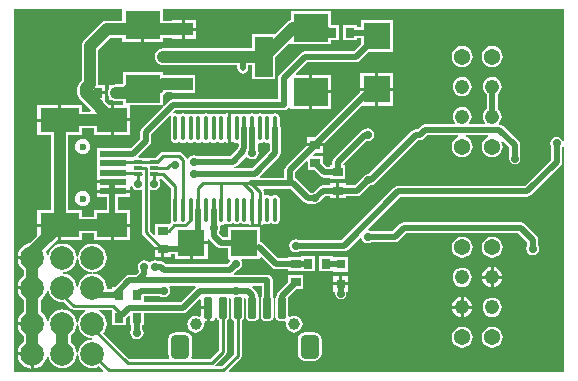
<source format=gtl>
G04*
G04 #@! TF.GenerationSoftware,Altium Limited,Altium Designer,18.1.7 (191)*
G04*
G04 Layer_Physical_Order=1*
G04 Layer_Color=255*
%FSLAX24Y24*%
%MOIN*%
G70*
G01*
G75*
%ADD32R,0.0295X0.0138*%
%ADD33R,0.0310X0.0340*%
%ADD34R,0.0315X0.0315*%
%ADD35R,0.1181X0.0945*%
%ADD36O,0.0138X0.0827*%
%ADD37R,0.0340X0.0310*%
%ADD38R,0.0906X0.0906*%
%ADD39R,0.0610X0.1358*%
%ADD40R,0.0610X0.0433*%
%ADD41R,0.0610X0.0433*%
%ADD42R,0.1284X0.0787*%
%ADD43R,0.0906X0.0197*%
%ADD44R,0.0984X0.0787*%
%ADD45R,0.0906X0.0906*%
G04:AMPARAMS|DCode=46|XSize=27.6mil|YSize=70.9mil|CornerRadius=4.1mil|HoleSize=0mil|Usage=FLASHONLY|Rotation=0.000|XOffset=0mil|YOffset=0mil|HoleType=Round|Shape=RoundedRectangle|*
%AMROUNDEDRECTD46*
21,1,0.0276,0.0626,0,0,0.0*
21,1,0.0193,0.0709,0,0,0.0*
1,1,0.0083,0.0096,-0.0313*
1,1,0.0083,-0.0096,-0.0313*
1,1,0.0083,-0.0096,0.0313*
1,1,0.0083,0.0096,0.0313*
%
%ADD46ROUNDEDRECTD46*%
G04:AMPARAMS|DCode=47|XSize=63mil|YSize=78.7mil|CornerRadius=15.7mil|HoleSize=0mil|Usage=FLASHONLY|Rotation=180.000|XOffset=0mil|YOffset=0mil|HoleType=Round|Shape=RoundedRectangle|*
%AMROUNDEDRECTD47*
21,1,0.0630,0.0472,0,0,180.0*
21,1,0.0315,0.0787,0,0,180.0*
1,1,0.0315,-0.0157,0.0236*
1,1,0.0315,0.0157,0.0236*
1,1,0.0315,0.0157,-0.0236*
1,1,0.0315,-0.0157,-0.0236*
%
%ADD47ROUNDEDRECTD47*%
%ADD48C,0.0197*%
%ADD49C,0.0394*%
%ADD50C,0.0100*%
%ADD51C,0.0537*%
%ADD52C,0.0476*%
%ADD53C,0.0236*%
%ADD54C,0.0787*%
%ADD55C,0.0276*%
%ADD56C,0.1969*%
%ADD57C,0.0394*%
G36*
X35049Y30919D02*
X35028Y30911D01*
X34999Y30910D01*
X34956Y30975D01*
X34884Y31023D01*
X34800Y31040D01*
X34716Y31023D01*
X34644Y30975D01*
X34596Y30903D01*
X34579Y30819D01*
X34596Y30734D01*
X34619Y30699D01*
Y30275D01*
X33738Y29393D01*
X29513D01*
X29444Y29380D01*
X29385Y29340D01*
X27625Y27581D01*
X26219D01*
X26184Y27604D01*
X26100Y27621D01*
X26016Y27604D01*
X25944Y27556D01*
X25896Y27484D01*
X25879Y27400D01*
X25896Y27316D01*
X25944Y27244D01*
X26016Y27196D01*
X26100Y27179D01*
X26184Y27196D01*
X26219Y27219D01*
X27700D01*
X27769Y27233D01*
X27828Y27272D01*
X28233Y27677D01*
X28287Y27661D01*
X28296Y27616D01*
X28344Y27544D01*
X28416Y27496D01*
X28500Y27479D01*
X28584Y27496D01*
X28619Y27519D01*
X29400D01*
X29469Y27533D01*
X29528Y27572D01*
X29775Y27819D01*
X33525D01*
X33819Y27525D01*
Y27419D01*
X33796Y27384D01*
X33779Y27300D01*
X33796Y27216D01*
X33844Y27144D01*
X33916Y27096D01*
X34000Y27079D01*
X34084Y27096D01*
X34156Y27144D01*
X34204Y27216D01*
X34221Y27300D01*
X34204Y27384D01*
X34181Y27419D01*
Y27600D01*
X34167Y27669D01*
X34128Y27728D01*
X33728Y28128D01*
X33669Y28167D01*
X33600Y28181D01*
X29700D01*
X29631Y28167D01*
X29572Y28128D01*
X29325Y27881D01*
X28619D01*
X28584Y27904D01*
X28539Y27913D01*
X28523Y27967D01*
X29587Y29032D01*
X33813D01*
X33882Y29046D01*
X33940Y29085D01*
X34928Y30072D01*
X34967Y30131D01*
X34981Y30200D01*
Y30685D01*
X34999Y30705D01*
X35049Y30685D01*
Y23201D01*
X23886D01*
X23866Y23247D01*
X24254Y23635D01*
X24283Y23677D01*
X24293Y23728D01*
Y24910D01*
X24305Y24912D01*
X24344Y24939D01*
X24371Y24979D01*
X24380Y25026D01*
Y25652D01*
X24405Y25665D01*
X24435Y25628D01*
Y25026D01*
X24444Y24979D01*
X24471Y24939D01*
X24510Y24912D01*
X24557Y24903D01*
X24750D01*
X24797Y24912D01*
X24837Y24939D01*
X24863Y24979D01*
X24872Y25026D01*
Y25652D01*
X24863Y25698D01*
X24837Y25738D01*
X24834Y25740D01*
Y25769D01*
X24820Y25838D01*
X24781Y25897D01*
X24655Y26024D01*
X24657Y26041D01*
X24672Y26074D01*
X24965D01*
Y25740D01*
X24963Y25738D01*
X24936Y25698D01*
X24927Y25652D01*
Y25026D01*
X24936Y24979D01*
X24963Y24939D01*
X25002Y24912D01*
X25049Y24903D01*
X25242D01*
X25289Y24912D01*
X25329Y24939D01*
X25355Y24979D01*
X25365Y25026D01*
Y25652D01*
X25355Y25698D01*
X25329Y25738D01*
X25326Y25740D01*
Y26254D01*
X25313Y26323D01*
X25273Y26382D01*
X25215Y26421D01*
X25146Y26435D01*
X24058D01*
X24040Y26485D01*
X24143Y26588D01*
X24184Y26596D01*
X24256Y26644D01*
X24304Y26716D01*
X24321Y26800D01*
X24304Y26884D01*
X24281Y26918D01*
X24308Y26969D01*
X24917D01*
Y27000D01*
X24964Y27019D01*
X25305Y26677D01*
X25364Y26638D01*
X25433Y26624D01*
X25851D01*
Y26571D01*
X26261D01*
Y26556D01*
X26729D01*
Y27054D01*
X26261D01*
Y27039D01*
X25851D01*
Y26986D01*
X25508D01*
X25014Y27480D01*
X24955Y27519D01*
X24917Y27527D01*
Y28031D01*
X23854D01*
Y27681D01*
X23675D01*
X23547Y27809D01*
Y27881D01*
X23570Y27916D01*
X23587Y28000D01*
X23577Y28052D01*
X23619Y28094D01*
X23622Y28094D01*
X23688Y28107D01*
X23744Y28144D01*
X23801Y28140D01*
X23820Y28127D01*
X23878Y28115D01*
X23936Y28127D01*
X23984Y28159D01*
X24027D01*
X24076Y28127D01*
X24134Y28115D01*
X24191Y28127D01*
X24228Y28151D01*
X24262Y28156D01*
X24295Y28151D01*
X24332Y28127D01*
X24390Y28115D01*
X24447Y28127D01*
X24467Y28140D01*
X24524Y28144D01*
X24580Y28107D01*
X24596Y28103D01*
Y28610D01*
X24696D01*
Y28103D01*
X24712Y28107D01*
X24734Y28122D01*
X24774Y28141D01*
X24813Y28122D01*
X24836Y28107D01*
X24852Y28103D01*
Y28610D01*
X24952D01*
Y28103D01*
X24967Y28107D01*
X25023Y28144D01*
X25081Y28140D01*
X25100Y28127D01*
X25157Y28115D01*
X25215Y28127D01*
X25252Y28151D01*
X25285Y28156D01*
X25319Y28151D01*
X25356Y28127D01*
X25413Y28115D01*
X25471Y28127D01*
X25520Y28159D01*
X25552Y28208D01*
X25564Y28266D01*
Y28955D01*
X25552Y29012D01*
X25520Y29061D01*
X25471Y29094D01*
X25413Y29105D01*
X25356Y29094D01*
X25319Y29069D01*
X25285Y29064D01*
X25252Y29069D01*
X25215Y29094D01*
X25157Y29105D01*
X25100Y29094D01*
X25083Y29082D01*
X25033Y29109D01*
Y29198D01*
X25023Y29249D01*
X25017Y29258D01*
X25044Y29308D01*
X25925D01*
X26378Y28855D01*
X26437Y28815D01*
X26506Y28802D01*
X26750D01*
X26819Y28815D01*
X26878Y28855D01*
X27081Y29058D01*
X27230D01*
Y28983D01*
X27450D01*
Y29238D01*
Y29493D01*
X27230D01*
Y29419D01*
X27006D01*
X26937Y29405D01*
X26878Y29366D01*
X26675Y29163D01*
X26581D01*
X26128Y29616D01*
X26081Y29647D01*
Y29839D01*
X26455Y30213D01*
X26501Y30194D01*
Y29920D01*
X26728D01*
X26927Y29721D01*
X26986Y29682D01*
X27055Y29668D01*
X27251D01*
Y29615D01*
X27749D01*
Y30082D01*
X27697D01*
X27688Y30132D01*
X28449Y30894D01*
X28500Y30884D01*
X28584Y30901D01*
X28656Y30949D01*
X28704Y31020D01*
X28721Y31105D01*
X28704Y31189D01*
X28656Y31261D01*
X28584Y31309D01*
X28500Y31326D01*
X28416Y31309D01*
X28370Y31279D01*
X28336Y31272D01*
X28277Y31232D01*
X27372Y30328D01*
X27333Y30269D01*
X27319Y30200D01*
Y30082D01*
X27251D01*
Y30029D01*
X27130D01*
X26999Y30160D01*
Y30387D01*
X26694D01*
X26675Y30433D01*
X26751Y30509D01*
X27020D01*
Y30714D01*
X26750D01*
X26445D01*
X25772Y30042D01*
X25733Y29983D01*
X25719Y29914D01*
Y29669D01*
X24923D01*
X24902Y29719D01*
X25541Y30358D01*
X25580Y30417D01*
X25594Y30486D01*
Y31327D01*
X25580Y31396D01*
X25564Y31420D01*
Y31671D01*
X25552Y31729D01*
X25520Y31778D01*
X25471Y31810D01*
X25413Y31822D01*
X25356Y31810D01*
X25319Y31786D01*
X25285Y31781D01*
X25252Y31786D01*
X25215Y31810D01*
X25157Y31822D01*
X25100Y31810D01*
X25051Y31778D01*
X25008D01*
X24959Y31810D01*
X24902Y31822D01*
X24844Y31810D01*
X24807Y31786D01*
X24774Y31781D01*
X24740Y31786D01*
X24703Y31810D01*
X24646Y31822D01*
X24588Y31810D01*
X24539Y31778D01*
X24496D01*
X24447Y31810D01*
X24390Y31822D01*
X24332Y31810D01*
X24295Y31786D01*
X24262Y31781D01*
X24228Y31786D01*
X24191Y31810D01*
X24134Y31822D01*
X24076Y31810D01*
X24057Y31797D01*
X24000Y31793D01*
X23944Y31830D01*
X23928Y31834D01*
Y31327D01*
Y30820D01*
X23944Y30823D01*
X24000Y30861D01*
X24057Y30856D01*
X24076Y30843D01*
X24134Y30832D01*
X24159Y30837D01*
X24209Y30799D01*
Y30718D01*
X24191Y30691D01*
X24180Y30636D01*
X23925Y30381D01*
X22819D01*
X22784Y30404D01*
X22700Y30421D01*
X22616Y30404D01*
X22544Y30356D01*
X22514Y30311D01*
X22495Y30310D01*
X22458Y30317D01*
X22435Y30350D01*
X22293Y30493D01*
X22250Y30521D01*
X22200Y30531D01*
X21675D01*
X21625Y30521D01*
X21582Y30493D01*
X21434Y30344D01*
X21145D01*
Y30328D01*
X21055D01*
Y30344D01*
X20871D01*
X20850Y30394D01*
X21228Y30772D01*
X21267Y30831D01*
X21281Y30900D01*
Y31125D01*
X21904Y31749D01*
X21919Y31742D01*
X21946Y31720D01*
X21936Y31671D01*
Y30982D01*
X21948Y30925D01*
X21980Y30876D01*
X22029Y30843D01*
X22087Y30832D01*
X22144Y30843D01*
X22181Y30868D01*
X22215Y30873D01*
X22248Y30868D01*
X22285Y30843D01*
X22343Y30832D01*
X22400Y30843D01*
X22449Y30876D01*
X22492D01*
X22541Y30843D01*
X22598Y30832D01*
X22656Y30843D01*
X22693Y30868D01*
X22726Y30873D01*
X22760Y30868D01*
X22797Y30843D01*
X22854Y30832D01*
X22912Y30843D01*
X22961Y30876D01*
X23004D01*
X23053Y30843D01*
X23110Y30832D01*
X23168Y30843D01*
X23205Y30868D01*
X23238Y30873D01*
X23272Y30868D01*
X23309Y30843D01*
X23366Y30832D01*
X23424Y30843D01*
X23473Y30876D01*
X23516D01*
X23564Y30843D01*
X23622Y30832D01*
X23680Y30843D01*
X23699Y30856D01*
X23756Y30861D01*
X23812Y30823D01*
X23828Y30820D01*
Y31327D01*
Y31834D01*
X23812Y31830D01*
X23756Y31793D01*
X23699Y31797D01*
X23680Y31810D01*
X23622Y31822D01*
X23564Y31810D01*
X23516Y31778D01*
X23473D01*
X23424Y31810D01*
X23366Y31822D01*
X23309Y31810D01*
X23272Y31786D01*
X23238Y31781D01*
X23205Y31786D01*
X23168Y31810D01*
X23110Y31822D01*
X23053Y31810D01*
X23004Y31778D01*
X22961D01*
X22912Y31810D01*
X22854Y31822D01*
X22797Y31810D01*
X22760Y31786D01*
X22726Y31781D01*
X22693Y31786D01*
X22656Y31810D01*
X22598Y31822D01*
X22541Y31810D01*
X22492Y31778D01*
X22449D01*
X22400Y31810D01*
X22343Y31822D01*
X22285Y31810D01*
X22248Y31786D01*
X22215Y31781D01*
X22181Y31786D01*
X22144Y31810D01*
X22087Y31822D01*
X22038Y31812D01*
X22016Y31839D01*
X22009Y31853D01*
X22075Y31919D01*
X25700D01*
X25769Y31933D01*
X25828Y31972D01*
X25859Y32020D01*
X25909Y32008D01*
Y31965D01*
X26550D01*
Y32537D01*
Y33109D01*
X26122D01*
X26102Y33156D01*
X26475Y33528D01*
X28123D01*
X28192Y33542D01*
X28251Y33581D01*
X28524Y33854D01*
X29332D01*
Y34917D01*
X28268D01*
Y34681D01*
X28139D01*
Y34749D01*
X27671D01*
Y34251D01*
X28139D01*
Y34319D01*
X28268D01*
Y34110D01*
X28048Y33889D01*
X26400D01*
X26331Y33876D01*
X26272Y33836D01*
X25572Y33136D01*
X25533Y33078D01*
X25519Y33009D01*
Y32281D01*
X22000D01*
X21931Y32267D01*
X21872Y32228D01*
X21711Y32067D01*
X21669Y32095D01*
Y32418D01*
X21710Y32449D01*
X21755Y32507D01*
X21762Y32525D01*
X21987D01*
Y32508D01*
X22755D01*
Y33098D01*
X21987D01*
Y33081D01*
X21671D01*
X21669Y33083D01*
Y33188D01*
X20331D01*
Y32778D01*
X20105D01*
X20033Y32768D01*
X19986Y32749D01*
X19871D01*
Y32648D01*
X19864Y32639D01*
X19837Y32572D01*
X19827Y32500D01*
X19837Y32428D01*
X19864Y32361D01*
X19871Y32352D01*
Y32251D01*
X19986D01*
X20033Y32232D01*
X20105Y32222D01*
X20331D01*
Y32088D01*
X20034D01*
Y31645D01*
X20576D01*
Y32086D01*
X21660D01*
X21688Y32044D01*
X20972Y31328D01*
X20933Y31269D01*
X20919Y31200D01*
Y30975D01*
X20598Y30653D01*
X20024D01*
X20006Y30650D01*
X19492D01*
Y30295D01*
Y29980D01*
Y29726D01*
X19471D01*
Y29578D01*
X20024D01*
Y29478D01*
X19471D01*
Y29329D01*
Y29263D01*
X20024D01*
X20576D01*
Y29359D01*
X20623Y29385D01*
X20626Y29384D01*
X20672Y29316D01*
X20744Y29268D01*
X20828Y29251D01*
X20913Y29268D01*
X20925Y29276D01*
X20969Y29252D01*
Y27845D01*
X20979Y27795D01*
X21007Y27752D01*
X21401Y27358D01*
Y27345D01*
X21671D01*
Y27295D01*
X21721D01*
Y27040D01*
X21941D01*
Y27114D01*
X22061D01*
Y26947D01*
X22564D01*
Y27500D01*
X22614D01*
Y27550D01*
X23167D01*
Y27623D01*
X23217Y27638D01*
X23238Y27606D01*
X23472Y27372D01*
X23531Y27333D01*
X23600Y27319D01*
X23854D01*
Y26969D01*
X23892D01*
X23919Y26918D01*
X23896Y26884D01*
X23888Y26843D01*
X23825Y26781D01*
X21775D01*
X21728Y26828D01*
X21669Y26867D01*
X21600Y26881D01*
X21519D01*
X21484Y26904D01*
X21400Y26921D01*
X21316Y26904D01*
X21244Y26856D01*
X21211D01*
X21140Y26904D01*
X21055Y26921D01*
X20971Y26904D01*
X20899Y26856D01*
X20851Y26784D01*
X20834Y26700D01*
X20851Y26616D01*
X20874Y26581D01*
Y26530D01*
X20780Y26435D01*
X20554D01*
X20485Y26421D01*
X20427Y26382D01*
X20071Y26026D01*
X19961D01*
Y25958D01*
X19832D01*
X19799Y25995D01*
X19799Y26000D01*
X19783Y26123D01*
X19736Y26238D01*
X19660Y26337D01*
X19561Y26413D01*
X19446Y26460D01*
X19336Y26475D01*
Y26525D01*
X19446Y26540D01*
X19561Y26587D01*
X19660Y26663D01*
X19736Y26762D01*
X19783Y26877D01*
X19799Y27000D01*
X19783Y27123D01*
X19736Y27238D01*
X19660Y27337D01*
X19561Y27413D01*
X19446Y27460D01*
X19323Y27477D01*
X19200Y27460D01*
X19085Y27413D01*
X18986Y27337D01*
X18910Y27238D01*
X18863Y27123D01*
X18848Y27013D01*
X18798D01*
X18783Y27123D01*
X18736Y27238D01*
X18660Y27337D01*
X18561Y27413D01*
X18446Y27460D01*
X18323Y27477D01*
X18199Y27460D01*
X18085Y27413D01*
X17986Y27337D01*
X17910Y27238D01*
X17863Y27123D01*
X17859Y27095D01*
X17808D01*
X17804Y27129D01*
X17762Y27229D01*
X18132Y27599D01*
X18183D01*
Y28043D01*
X17491D01*
Y27744D01*
X17234Y27486D01*
X17194Y27481D01*
X17074Y27431D01*
X16971Y27352D01*
X16892Y27249D01*
X16842Y27129D01*
X16831Y27050D01*
X17323D01*
Y26950D01*
X16831D01*
X16842Y26871D01*
X16892Y26751D01*
X16971Y26648D01*
X17045Y26591D01*
Y26409D01*
X16971Y26352D01*
X16892Y26249D01*
X16842Y26129D01*
X16831Y26050D01*
X17323D01*
Y25950D01*
X16831D01*
X16842Y25871D01*
X16892Y25751D01*
X16971Y25648D01*
X17045Y25591D01*
Y25209D01*
X16971Y25152D01*
X16892Y25049D01*
X16842Y24929D01*
X16831Y24850D01*
X17323D01*
Y24750D01*
X16831D01*
X16842Y24671D01*
X16892Y24551D01*
X16971Y24448D01*
X17045Y24391D01*
Y24209D01*
X16971Y24152D01*
X16892Y24049D01*
X16842Y23929D01*
X16831Y23850D01*
X17323D01*
Y23800D01*
X17373D01*
Y23309D01*
X17452Y23319D01*
X17572Y23369D01*
X17675Y23448D01*
X17754Y23551D01*
X17804Y23671D01*
X17808Y23705D01*
X17859D01*
X17863Y23677D01*
X17910Y23562D01*
X17986Y23463D01*
X18085Y23387D01*
X18199Y23340D01*
X18323Y23323D01*
X18446Y23340D01*
X18561Y23387D01*
X18660Y23463D01*
X18736Y23562D01*
X18783Y23677D01*
X18798Y23787D01*
X18848D01*
X18863Y23677D01*
X18910Y23562D01*
X18986Y23463D01*
X19085Y23387D01*
X19200Y23340D01*
X19323Y23323D01*
X19446Y23340D01*
X19553Y23384D01*
X19690Y23247D01*
X19671Y23201D01*
X16701D01*
Y35299D01*
X20309D01*
Y34892D01*
X19796D01*
X19725Y34883D01*
X19658Y34855D01*
X19600Y34811D01*
X19044Y34254D01*
X18999Y34197D01*
X18972Y34130D01*
X18962Y34058D01*
Y32915D01*
X18903Y32856D01*
X18859Y32799D01*
X18831Y32732D01*
X18822Y32660D01*
Y32479D01*
X18831Y32407D01*
X18859Y32340D01*
X18903Y32282D01*
X19269Y31917D01*
X19250Y31871D01*
X18975D01*
Y32086D01*
X18283D01*
Y31593D01*
X18233D01*
Y31543D01*
X17491D01*
Y31099D01*
X17955D01*
Y28586D01*
X17491D01*
Y28143D01*
X18233D01*
Y28093D01*
X18283D01*
Y27599D01*
X18975D01*
Y27815D01*
X19392D01*
Y27597D01*
X19934D01*
Y28091D01*
X19984D01*
Y28141D01*
X20576D01*
Y28584D01*
X20165D01*
Y29014D01*
X20576D01*
Y29163D01*
X20024D01*
X19471D01*
Y29014D01*
X19804D01*
Y28584D01*
X19392D01*
Y28371D01*
X18975D01*
Y28586D01*
X18511D01*
Y31099D01*
X18975D01*
Y31315D01*
X19392D01*
Y31101D01*
X19934D01*
Y31595D01*
Y32088D01*
X19884D01*
X19778Y32194D01*
X19750Y32230D01*
X19750D01*
X19750Y32230D01*
Y32450D01*
X19495D01*
Y32550D01*
X19750D01*
Y32770D01*
X19544D01*
X19518Y32800D01*
Y33943D01*
X19912Y34336D01*
X20309D01*
Y34191D01*
X20950D01*
Y34763D01*
X21050D01*
Y34191D01*
X21691D01*
Y34336D01*
X21966D01*
Y34298D01*
X22321D01*
Y34614D01*
Y34931D01*
X21966D01*
Y34892D01*
X21691D01*
Y35299D01*
X35049D01*
Y30919D01*
D02*
G37*
G36*
X25100Y30843D02*
X25157Y30832D01*
X25183Y30837D01*
X25233Y30799D01*
Y30561D01*
X24653Y29981D01*
X24062D01*
X24057Y30031D01*
X24069Y30033D01*
X24128Y30072D01*
X24430Y30375D01*
X24480Y30370D01*
X24497Y30344D01*
X24569Y30296D01*
X24654Y30279D01*
X24738Y30296D01*
X24810Y30344D01*
X24858Y30416D01*
X24874Y30500D01*
X24858Y30584D01*
X24834Y30619D01*
Y30794D01*
X24884Y30835D01*
X24902Y30832D01*
X24959Y30843D01*
X25008Y30876D01*
X25051D01*
X25100Y30843D01*
D02*
G37*
G36*
X21643Y29643D02*
X21955Y29330D01*
Y29024D01*
X21948Y29012D01*
X21936Y28955D01*
Y28266D01*
X21948Y28208D01*
X21961Y28189D01*
X21949Y28181D01*
X21907Y28139D01*
X21422D01*
Y27773D01*
X21376Y27754D01*
X21231Y27899D01*
Y29252D01*
X21275Y29276D01*
X21287Y29268D01*
X21372Y29251D01*
X21456Y29268D01*
X21528Y29316D01*
X21576Y29387D01*
X21592Y29472D01*
X21576Y29556D01*
X21555Y29586D01*
X21572Y29641D01*
X21598Y29656D01*
X21643Y29643D01*
D02*
G37*
G36*
X18863Y26877D02*
X18910Y26762D01*
X18986Y26663D01*
X19085Y26587D01*
X19200Y26540D01*
X19310Y26525D01*
Y26475D01*
X19200Y26460D01*
X19085Y26413D01*
X18986Y26337D01*
X18910Y26238D01*
X18863Y26123D01*
X18848Y26013D01*
X18798D01*
X18783Y26123D01*
X18736Y26238D01*
X18660Y26337D01*
X18561Y26413D01*
X18446Y26460D01*
X18336Y26475D01*
Y26525D01*
X18446Y26540D01*
X18561Y26587D01*
X18660Y26663D01*
X18736Y26762D01*
X18783Y26877D01*
X18798Y26987D01*
X18848D01*
X18863Y26877D01*
D02*
G37*
G36*
X22766Y26041D02*
X22768Y26024D01*
X22264Y25519D01*
X21085D01*
X21039Y25528D01*
Y25719D01*
X21581D01*
X21616Y25696D01*
X21700Y25679D01*
X21784Y25696D01*
X21856Y25744D01*
X21904Y25816D01*
X21921Y25900D01*
X21904Y25984D01*
X21878Y26024D01*
X21904Y26074D01*
X22751D01*
X22766Y26041D01*
D02*
G37*
G36*
X17859Y25905D02*
X17863Y25877D01*
X17910Y25762D01*
X17986Y25663D01*
X18085Y25587D01*
X18199Y25540D01*
X18323Y25523D01*
X18383Y25531D01*
X18607Y25307D01*
X18650Y25279D01*
X18700Y25269D01*
X19089D01*
X19099Y25219D01*
X19085Y25213D01*
X18986Y25137D01*
X18910Y25038D01*
X18863Y24923D01*
X18848Y24813D01*
X18798D01*
X18783Y24923D01*
X18736Y25038D01*
X18660Y25137D01*
X18561Y25213D01*
X18446Y25260D01*
X18400Y25266D01*
X18395Y25268D01*
X18323Y25278D01*
X18251Y25268D01*
X18246Y25266D01*
X18199Y25260D01*
X18085Y25213D01*
X17986Y25137D01*
X17910Y25038D01*
X17863Y24923D01*
X17859Y24895D01*
X17808D01*
X17804Y24929D01*
X17754Y25049D01*
X17675Y25152D01*
X17601Y25209D01*
Y25591D01*
X17675Y25648D01*
X17754Y25751D01*
X17804Y25871D01*
X17808Y25905D01*
X17859D01*
D02*
G37*
G36*
X22937Y25610D02*
Y25389D01*
X23177D01*
Y25339D01*
X23227D01*
Y24881D01*
X23274D01*
X23329Y24892D01*
X23376Y24924D01*
X23407Y24970D01*
X23409Y24980D01*
X23460D01*
X23460Y24979D01*
X23486Y24939D01*
X23526Y24912D01*
X23538Y24910D01*
Y23924D01*
X23246Y23631D01*
X22639D01*
X22612Y23681D01*
X22632Y23711D01*
X22650Y23803D01*
Y24276D01*
X22632Y24368D01*
X22580Y24446D01*
X22502Y24498D01*
X22409Y24516D01*
X22094D01*
X22002Y24498D01*
X21924Y24446D01*
X21872Y24368D01*
X21854Y24276D01*
Y23803D01*
X21872Y23711D01*
X21892Y23681D01*
X21865Y23631D01*
X20554D01*
X19687Y24499D01*
X19736Y24562D01*
X19783Y24677D01*
X19799Y24800D01*
X19783Y24923D01*
X19736Y25038D01*
X19660Y25137D01*
X19561Y25213D01*
X19546Y25219D01*
X19556Y25269D01*
X19941D01*
X19961Y25248D01*
Y24751D01*
X20429D01*
Y24973D01*
X20525Y25070D01*
X20571Y25051D01*
Y24751D01*
X20624D01*
Y24627D01*
X20601Y24592D01*
X20584Y24508D01*
X20601Y24423D01*
X20649Y24352D01*
X20721Y24304D01*
X20805Y24287D01*
X20890Y24304D01*
X20961Y24352D01*
X21009Y24423D01*
X21026Y24508D01*
X21009Y24592D01*
X20986Y24627D01*
Y24751D01*
X21039D01*
Y25158D01*
X22339D01*
X22408Y25172D01*
X22466Y25211D01*
X22887Y25631D01*
X22937Y25610D01*
D02*
G37*
G36*
X18863Y24677D02*
X18910Y24562D01*
X18986Y24463D01*
X19085Y24387D01*
X19200Y24340D01*
X19310Y24325D01*
Y24275D01*
X19200Y24260D01*
X19085Y24213D01*
X18986Y24137D01*
X18910Y24038D01*
X18863Y23923D01*
X18848Y23813D01*
X18798D01*
X18783Y23923D01*
X18736Y24038D01*
X18660Y24137D01*
X18601Y24182D01*
Y24418D01*
X18660Y24463D01*
X18736Y24562D01*
X18783Y24677D01*
X18798Y24787D01*
X18848D01*
X18863Y24677D01*
D02*
G37*
G36*
X23943Y25628D02*
Y25026D01*
X23952Y24979D01*
X23978Y24939D01*
X24018Y24912D01*
X24030Y24910D01*
Y23782D01*
X23626Y23378D01*
X23434D01*
X23414Y23428D01*
X23762Y23776D01*
X23791Y23819D01*
X23801Y23869D01*
Y24910D01*
X23813Y24912D01*
X23852Y24939D01*
X23879Y24979D01*
X23888Y25026D01*
Y25652D01*
X23913Y25665D01*
X23943Y25628D01*
D02*
G37*
%LPC*%
G36*
X22776Y34931D02*
X22421D01*
Y34664D01*
X22776D01*
Y34931D01*
D02*
G37*
G36*
Y34564D02*
X22421D01*
Y34298D01*
X22776D01*
Y34564D01*
D02*
G37*
G36*
X27269Y35214D02*
X25931D01*
Y34932D01*
X25928Y34931D01*
X25861Y34904D01*
X25803Y34860D01*
X25410Y34467D01*
X24645D01*
Y33987D01*
X24329D01*
X24329Y33987D01*
X22755D01*
Y34004D01*
X21987D01*
Y33987D01*
X21671D01*
X21599Y33977D01*
X21532Y33949D01*
X21475Y33905D01*
X21431Y33848D01*
X21403Y33781D01*
X21393Y33709D01*
X21403Y33637D01*
X21431Y33570D01*
X21475Y33512D01*
X21532Y33468D01*
X21599Y33440D01*
X21671Y33431D01*
X21987D01*
Y33413D01*
X22755D01*
Y33431D01*
X24148D01*
Y33325D01*
X24162Y33256D01*
X24201Y33197D01*
X24201Y33197D01*
X24260Y33158D01*
X24329Y33144D01*
X24398Y33158D01*
X24456Y33197D01*
X24496Y33256D01*
X24509Y33325D01*
Y33431D01*
X24645D01*
Y32951D01*
X25413D01*
Y33682D01*
X25885Y34154D01*
X25931Y34135D01*
Y34112D01*
X27269D01*
Y34251D01*
X27529D01*
Y34749D01*
X27269D01*
Y35214D01*
D02*
G37*
G36*
X32646Y34059D02*
X32555Y34047D01*
X32470Y34012D01*
X32398Y33956D01*
X32342Y33884D01*
X32307Y33799D01*
X32295Y33709D01*
X32307Y33618D01*
X32342Y33533D01*
X32398Y33461D01*
X32470Y33405D01*
X32555Y33370D01*
X32646Y33358D01*
X32736Y33370D01*
X32821Y33405D01*
X32894Y33461D01*
X32949Y33533D01*
X32984Y33618D01*
X32996Y33709D01*
X32984Y33799D01*
X32949Y33884D01*
X32894Y33956D01*
X32821Y34012D01*
X32736Y34047D01*
X32646Y34059D01*
D02*
G37*
G36*
X31646D02*
X31555Y34047D01*
X31470Y34012D01*
X31398Y33956D01*
X31342Y33884D01*
X31307Y33799D01*
X31295Y33709D01*
X31307Y33618D01*
X31342Y33533D01*
X31398Y33461D01*
X31470Y33405D01*
X31555Y33370D01*
X31646Y33358D01*
X31736Y33370D01*
X31821Y33405D01*
X31893Y33461D01*
X31949Y33533D01*
X31984Y33618D01*
X31996Y33709D01*
X31984Y33799D01*
X31949Y33884D01*
X31893Y33956D01*
X31821Y34012D01*
X31736Y34047D01*
X31646Y34059D01*
D02*
G37*
G36*
X29353Y33167D02*
X28850D01*
Y32664D01*
X29353D01*
Y33167D01*
D02*
G37*
G36*
X28750D02*
X28247D01*
Y32664D01*
X28750D01*
Y33167D01*
D02*
G37*
G36*
X27291Y33109D02*
X26650D01*
Y32587D01*
X27291D01*
Y33109D01*
D02*
G37*
G36*
X31646Y33028D02*
X31563Y33017D01*
X31486Y32986D01*
X31420Y32935D01*
X31369Y32869D01*
X31337Y32791D01*
X31326Y32709D01*
X31337Y32626D01*
X31369Y32549D01*
X31420Y32483D01*
X31486Y32432D01*
X31563Y32400D01*
X31646Y32389D01*
X31728Y32400D01*
X31806Y32432D01*
X31872Y32483D01*
X31923Y32549D01*
X31954Y32626D01*
X31965Y32709D01*
X31954Y32791D01*
X31923Y32869D01*
X31872Y32935D01*
X31806Y32986D01*
X31728Y33017D01*
X31646Y33028D01*
D02*
G37*
G36*
X29353Y32564D02*
X28850D01*
Y32061D01*
X29353D01*
Y32564D01*
D02*
G37*
G36*
X27291Y32487D02*
X26650D01*
Y31965D01*
X27291D01*
Y32487D01*
D02*
G37*
G36*
X18183Y32086D02*
X17491D01*
Y31643D01*
X18183D01*
Y32086D01*
D02*
G37*
G36*
X32646Y33028D02*
X32563Y33017D01*
X32486Y32986D01*
X32420Y32935D01*
X32369Y32869D01*
X32337Y32791D01*
X32326Y32709D01*
X32337Y32626D01*
X32369Y32549D01*
X32420Y32483D01*
X32465Y32448D01*
Y31970D01*
X32420Y31935D01*
X32369Y31869D01*
X32337Y31791D01*
X32326Y31709D01*
X32337Y31626D01*
X32369Y31549D01*
X32410Y31495D01*
X32393Y31445D01*
X31899D01*
X31881Y31495D01*
X31923Y31549D01*
X31954Y31626D01*
X31965Y31709D01*
X31954Y31791D01*
X31923Y31869D01*
X31872Y31935D01*
X31806Y31986D01*
X31728Y32017D01*
X31646Y32028D01*
X31563Y32017D01*
X31486Y31986D01*
X31420Y31935D01*
X31369Y31869D01*
X31337Y31791D01*
X31326Y31709D01*
X31337Y31626D01*
X31369Y31549D01*
X31410Y31495D01*
X31393Y31445D01*
X30400D01*
X30331Y31431D01*
X30272Y31392D01*
X30166Y31285D01*
X30100D01*
X30031Y31272D01*
X29972Y31232D01*
X28520Y29781D01*
X28500D01*
X28431Y29767D01*
X28372Y29728D01*
X28063Y29419D01*
X27770D01*
Y29493D01*
X27550D01*
Y29238D01*
Y28983D01*
X27770D01*
Y29058D01*
X28138D01*
X28207Y29071D01*
X28266Y29111D01*
X28575Y29419D01*
X28595D01*
X28664Y29433D01*
X28723Y29472D01*
X30175Y30924D01*
X30241D01*
X30310Y30938D01*
X30368Y30977D01*
X30475Y31084D01*
X31512D01*
X31522Y31034D01*
X31470Y31012D01*
X31398Y30956D01*
X31342Y30884D01*
X31307Y30799D01*
X31295Y30709D01*
X31307Y30618D01*
X31342Y30533D01*
X31398Y30461D01*
X31470Y30405D01*
X31555Y30370D01*
X31646Y30358D01*
X31736Y30370D01*
X31821Y30405D01*
X31893Y30461D01*
X31949Y30533D01*
X31984Y30618D01*
X31996Y30709D01*
X31984Y30799D01*
X31949Y30884D01*
X31893Y30956D01*
X31821Y31012D01*
X31769Y31034D01*
X31779Y31084D01*
X32512D01*
X32522Y31034D01*
X32470Y31012D01*
X32398Y30956D01*
X32342Y30884D01*
X32307Y30799D01*
X32295Y30709D01*
X32307Y30618D01*
X32342Y30533D01*
X32398Y30461D01*
X32470Y30405D01*
X32555Y30370D01*
X32646Y30358D01*
X32736Y30370D01*
X32821Y30405D01*
X32894Y30461D01*
X32949Y30533D01*
X32984Y30618D01*
X32996Y30709D01*
X32984Y30799D01*
X32953Y30874D01*
X32996Y30902D01*
X33219Y30679D01*
Y30300D01*
X33233Y30231D01*
X33272Y30172D01*
X33331Y30133D01*
X33400Y30119D01*
X33469Y30133D01*
X33528Y30172D01*
X33567Y30231D01*
X33581Y30300D01*
Y30754D01*
X33567Y30823D01*
X33528Y30881D01*
X33017Y31392D01*
X32958Y31431D01*
X32901Y31442D01*
X32890Y31457D01*
X32885Y31470D01*
X32881Y31495D01*
X32923Y31549D01*
X32954Y31626D01*
X32965Y31709D01*
X32954Y31791D01*
X32923Y31869D01*
X32872Y31935D01*
X32826Y31970D01*
Y32448D01*
X32872Y32483D01*
X32923Y32549D01*
X32954Y32626D01*
X32965Y32709D01*
X32954Y32791D01*
X32923Y32869D01*
X32872Y32935D01*
X32806Y32986D01*
X32728Y33017D01*
X32646Y33028D01*
D02*
G37*
G36*
X20576Y31545D02*
X20034D01*
Y31101D01*
X20576D01*
Y31545D01*
D02*
G37*
G36*
X28750Y32564D02*
X28247D01*
Y32517D01*
X26749Y31019D01*
X26480D01*
Y30814D01*
X26750D01*
X27055D01*
X28303Y32061D01*
X28750D01*
Y32564D01*
D02*
G37*
G36*
X19000Y30967D02*
X18933Y30958D01*
X18871Y30932D01*
X18817Y30891D01*
X18776Y30838D01*
X18751Y30775D01*
X18742Y30709D01*
X18751Y30642D01*
X18776Y30580D01*
X18817Y30526D01*
X18871Y30485D01*
X18933Y30459D01*
X19000Y30451D01*
X19067Y30459D01*
X19129Y30485D01*
X19183Y30526D01*
X19224Y30580D01*
X19249Y30642D01*
X19258Y30709D01*
X19249Y30775D01*
X19224Y30838D01*
X19183Y30891D01*
X19129Y30932D01*
X19067Y30958D01*
X19000Y30967D01*
D02*
G37*
G36*
Y29235D02*
X18933Y29226D01*
X18871Y29200D01*
X18817Y29159D01*
X18776Y29106D01*
X18751Y29043D01*
X18742Y28976D01*
X18751Y28910D01*
X18776Y28847D01*
X18817Y28794D01*
X18871Y28753D01*
X18933Y28727D01*
X19000Y28718D01*
X19067Y28727D01*
X19129Y28753D01*
X19183Y28794D01*
X19224Y28847D01*
X19249Y28910D01*
X19258Y28976D01*
X19249Y29043D01*
X19224Y29106D01*
X19183Y29159D01*
X19129Y29200D01*
X19067Y29226D01*
X19000Y29235D01*
D02*
G37*
G36*
X20576Y28041D02*
X20034D01*
Y27597D01*
X20576D01*
Y28041D01*
D02*
G37*
G36*
X21621Y27245D02*
X21401D01*
Y27040D01*
X21621D01*
Y27245D01*
D02*
G37*
G36*
X32646Y27703D02*
X32555Y27691D01*
X32470Y27656D01*
X32398Y27600D01*
X32342Y27528D01*
X32307Y27443D01*
X32295Y27352D01*
X32307Y27262D01*
X32342Y27177D01*
X32398Y27105D01*
X32470Y27049D01*
X32555Y27014D01*
X32646Y27002D01*
X32736Y27014D01*
X32821Y27049D01*
X32894Y27105D01*
X32949Y27177D01*
X32984Y27262D01*
X32996Y27352D01*
X32984Y27443D01*
X32949Y27528D01*
X32894Y27600D01*
X32821Y27656D01*
X32736Y27691D01*
X32646Y27703D01*
D02*
G37*
G36*
X31646D02*
X31555Y27691D01*
X31470Y27656D01*
X31398Y27600D01*
X31342Y27528D01*
X31307Y27443D01*
X31295Y27352D01*
X31307Y27262D01*
X31342Y27177D01*
X31398Y27105D01*
X31470Y27049D01*
X31555Y27014D01*
X31646Y27002D01*
X31736Y27014D01*
X31821Y27049D01*
X31893Y27105D01*
X31949Y27177D01*
X31984Y27262D01*
X31996Y27352D01*
X31984Y27443D01*
X31949Y27528D01*
X31893Y27600D01*
X31821Y27656D01*
X31736Y27691D01*
X31646Y27703D01*
D02*
G37*
G36*
X23167Y27450D02*
X22664D01*
Y26947D01*
X23167D01*
Y27450D01*
D02*
G37*
G36*
X27339Y27054D02*
Y27054D01*
X26871D01*
Y26556D01*
X27339D01*
X27364Y26544D01*
Y26544D01*
X27836D01*
Y27016D01*
X27364D01*
X27339Y27054D01*
D02*
G37*
G36*
X32696Y26687D02*
Y26402D01*
X32980D01*
X32975Y26441D01*
X32941Y26523D01*
X32887Y26594D01*
X32816Y26648D01*
X32734Y26682D01*
X32696Y26687D01*
D02*
G37*
G36*
X32596D02*
X32557Y26682D01*
X32475Y26648D01*
X32404Y26594D01*
X32350Y26523D01*
X32316Y26441D01*
X32311Y26402D01*
X32596D01*
Y26687D01*
D02*
G37*
G36*
X27857Y26388D02*
X27650D01*
Y26180D01*
X27857D01*
Y26388D01*
D02*
G37*
G36*
X27550D02*
X27343D01*
Y26180D01*
X27550D01*
Y26388D01*
D02*
G37*
G36*
X31646Y26672D02*
X31563Y26661D01*
X31486Y26629D01*
X31420Y26578D01*
X31369Y26512D01*
X31337Y26435D01*
X31326Y26352D01*
X31337Y26270D01*
X31369Y26193D01*
X31420Y26126D01*
X31486Y26076D01*
X31563Y26044D01*
X31646Y26033D01*
X31728Y26044D01*
X31806Y26076D01*
X31872Y26126D01*
X31923Y26193D01*
X31954Y26270D01*
X31965Y26352D01*
X31954Y26435D01*
X31923Y26512D01*
X31872Y26578D01*
X31806Y26629D01*
X31728Y26661D01*
X31646Y26672D01*
D02*
G37*
G36*
X32980Y26302D02*
X32696D01*
Y26018D01*
X32734Y26023D01*
X32816Y26057D01*
X32887Y26111D01*
X32941Y26182D01*
X32975Y26264D01*
X32980Y26302D01*
D02*
G37*
G36*
X32596D02*
X32311D01*
X32316Y26264D01*
X32350Y26182D01*
X32404Y26111D01*
X32475Y26057D01*
X32557Y26023D01*
X32596Y26018D01*
Y26302D01*
D02*
G37*
G36*
X27857Y26080D02*
X27600D01*
X27343D01*
Y25873D01*
X27419D01*
Y25800D01*
X27433Y25731D01*
X27472Y25672D01*
X27531Y25633D01*
X27600Y25619D01*
X27669Y25633D01*
X27728Y25672D01*
X27767Y25731D01*
X27781Y25800D01*
Y25873D01*
X27857D01*
Y26080D01*
D02*
G37*
G36*
X31696Y25687D02*
Y25402D01*
X31980D01*
X31975Y25441D01*
X31941Y25523D01*
X31887Y25594D01*
X31816Y25648D01*
X31734Y25682D01*
X31696Y25687D01*
D02*
G37*
G36*
X31596D02*
X31557Y25682D01*
X31475Y25648D01*
X31404Y25594D01*
X31350Y25523D01*
X31316Y25441D01*
X31311Y25402D01*
X31596D01*
Y25687D01*
D02*
G37*
G36*
X32646Y25672D02*
X32563Y25661D01*
X32486Y25629D01*
X32420Y25578D01*
X32369Y25512D01*
X32337Y25435D01*
X32326Y25352D01*
X32337Y25270D01*
X32369Y25193D01*
X32420Y25126D01*
X32486Y25076D01*
X32563Y25044D01*
X32646Y25033D01*
X32728Y25044D01*
X32806Y25076D01*
X32872Y25126D01*
X32923Y25193D01*
X32954Y25270D01*
X32965Y25352D01*
X32954Y25435D01*
X32923Y25512D01*
X32872Y25578D01*
X32806Y25629D01*
X32728Y25661D01*
X32646Y25672D01*
D02*
G37*
G36*
X31980Y25302D02*
X31696D01*
Y25018D01*
X31734Y25023D01*
X31816Y25057D01*
X31887Y25111D01*
X31941Y25182D01*
X31975Y25264D01*
X31980Y25302D01*
D02*
G37*
G36*
X31596D02*
X31311D01*
X31316Y25264D01*
X31350Y25182D01*
X31404Y25111D01*
X31475Y25057D01*
X31557Y25023D01*
X31596Y25018D01*
Y25302D01*
D02*
G37*
G36*
X26349Y26429D02*
X25851D01*
Y26202D01*
X25510Y25860D01*
X25471Y25802D01*
X25459Y25741D01*
X25455Y25738D01*
X25428Y25698D01*
X25419Y25652D01*
Y25026D01*
X25428Y24979D01*
X25455Y24939D01*
X25494Y24912D01*
X25541Y24903D01*
X25734D01*
X25748Y24906D01*
X25784Y24862D01*
X25783Y24859D01*
X25773Y24787D01*
X25783Y24715D01*
X25810Y24648D01*
X25855Y24591D01*
X25912Y24547D01*
X25979Y24519D01*
X26051Y24509D01*
X26123Y24519D01*
X26190Y24547D01*
X26248Y24591D01*
X26292Y24648D01*
X26320Y24715D01*
X26329Y24787D01*
X26320Y24859D01*
X26292Y24926D01*
X26248Y24984D01*
X26190Y25028D01*
X26123Y25056D01*
X26051Y25065D01*
X25979Y25056D01*
X25912Y25028D01*
X25906Y25023D01*
X25857Y25049D01*
Y25652D01*
X25849Y25689D01*
X26122Y25961D01*
X26349D01*
Y26429D01*
D02*
G37*
G36*
X32646Y24703D02*
X32555Y24691D01*
X32470Y24656D01*
X32398Y24600D01*
X32342Y24528D01*
X32307Y24443D01*
X32295Y24352D01*
X32307Y24262D01*
X32342Y24177D01*
X32398Y24105D01*
X32470Y24049D01*
X32555Y24014D01*
X32646Y24002D01*
X32736Y24014D01*
X32821Y24049D01*
X32894Y24105D01*
X32949Y24177D01*
X32984Y24262D01*
X32996Y24352D01*
X32984Y24443D01*
X32949Y24528D01*
X32894Y24600D01*
X32821Y24656D01*
X32736Y24691D01*
X32646Y24703D01*
D02*
G37*
G36*
X31646D02*
X31555Y24691D01*
X31470Y24656D01*
X31398Y24600D01*
X31342Y24528D01*
X31307Y24443D01*
X31295Y24352D01*
X31307Y24262D01*
X31342Y24177D01*
X31398Y24105D01*
X31470Y24049D01*
X31555Y24014D01*
X31646Y24002D01*
X31736Y24014D01*
X31821Y24049D01*
X31893Y24105D01*
X31949Y24177D01*
X31984Y24262D01*
X31996Y24352D01*
X31984Y24443D01*
X31949Y24528D01*
X31893Y24600D01*
X31821Y24656D01*
X31736Y24691D01*
X31646Y24703D01*
D02*
G37*
G36*
X26720Y24516D02*
X26406D01*
X26313Y24498D01*
X26235Y24446D01*
X26183Y24368D01*
X26165Y24276D01*
Y23803D01*
X26183Y23711D01*
X26235Y23633D01*
X26313Y23581D01*
X26406Y23562D01*
X26720D01*
X26813Y23581D01*
X26891Y23633D01*
X26943Y23711D01*
X26961Y23803D01*
Y24276D01*
X26943Y24368D01*
X26891Y24446D01*
X26813Y24498D01*
X26720Y24516D01*
D02*
G37*
G36*
X17273Y23750D02*
X16831D01*
X16842Y23671D01*
X16892Y23551D01*
X16971Y23448D01*
X17074Y23369D01*
X17194Y23319D01*
X17273Y23309D01*
Y23750D01*
D02*
G37*
G36*
X23127Y25289D02*
X22937D01*
Y25065D01*
X22927Y25055D01*
X22887Y25035D01*
X22836Y25056D01*
X22764Y25065D01*
X22692Y25056D01*
X22625Y25028D01*
X22567Y24984D01*
X22523Y24926D01*
X22495Y24859D01*
X22486Y24787D01*
X22495Y24715D01*
X22523Y24648D01*
X22567Y24591D01*
X22625Y24547D01*
X22692Y24519D01*
X22764Y24509D01*
X22836Y24519D01*
X22903Y24547D01*
X22960Y24591D01*
X23005Y24648D01*
X23032Y24715D01*
X23042Y24787D01*
X23035Y24840D01*
X23066Y24877D01*
X23077Y24882D01*
X23081Y24881D01*
X23127D01*
Y25289D01*
D02*
G37*
%LPD*%
D32*
X20828Y30197D02*
D03*
Y30000D02*
D03*
Y29803D02*
D03*
X21372D02*
D03*
Y30000D02*
D03*
Y30197D02*
D03*
D33*
X26495Y26805D02*
D03*
X27105D02*
D03*
X19495Y32500D02*
D03*
X20105D02*
D03*
X27905Y34500D02*
D03*
X27295D02*
D03*
X20195Y25000D02*
D03*
X20805D02*
D03*
X20195Y25777D02*
D03*
X20805D02*
D03*
D34*
X27600Y26780D02*
D03*
Y26130D02*
D03*
D35*
X21000Y32637D02*
D03*
Y34763D02*
D03*
X26600Y34663D02*
D03*
Y32537D02*
D03*
D36*
X22087Y28610D02*
D03*
X22343D02*
D03*
X22598D02*
D03*
X22854D02*
D03*
X23110D02*
D03*
X23366D02*
D03*
X23622D02*
D03*
X23878D02*
D03*
X24134D02*
D03*
X24390D02*
D03*
X24646D02*
D03*
X24902D02*
D03*
X25157D02*
D03*
X25413D02*
D03*
X22087Y31327D02*
D03*
X22343D02*
D03*
X22598D02*
D03*
X22854D02*
D03*
X23110D02*
D03*
X23366D02*
D03*
X23622D02*
D03*
X23878D02*
D03*
X24134D02*
D03*
X24390D02*
D03*
X24646D02*
D03*
X24902D02*
D03*
X25157D02*
D03*
X25413D02*
D03*
D37*
X27500Y29848D02*
D03*
Y29238D02*
D03*
X26750Y30154D02*
D03*
Y30764D02*
D03*
X21671Y27905D02*
D03*
Y27295D02*
D03*
X26100Y26805D02*
D03*
Y26195D02*
D03*
D38*
X28800Y34386D02*
D03*
Y32614D02*
D03*
D39*
X25029Y33709D02*
D03*
D40*
X22371Y32803D02*
D03*
Y33709D02*
D03*
D41*
Y34614D02*
D03*
D42*
X18233Y28093D02*
D03*
Y31593D02*
D03*
D43*
X20024Y30472D02*
D03*
Y30158D02*
D03*
Y29843D02*
D03*
Y29528D02*
D03*
Y29213D02*
D03*
D44*
X19984Y31595D02*
D03*
Y28091D02*
D03*
D45*
X24386Y27500D02*
D03*
X22614D02*
D03*
D46*
X24654Y25339D02*
D03*
X25638D02*
D03*
X23177D02*
D03*
X25146D02*
D03*
X24161D02*
D03*
X23669D02*
D03*
D47*
X26563Y24039D02*
D03*
X22252D02*
D03*
D48*
X26750Y30764D02*
X28700Y32714D01*
X19984Y28091D02*
Y29488D01*
X22854Y27500D02*
Y28610D01*
Y27400D02*
Y27500D01*
X21055Y26455D02*
Y26700D01*
X20854Y26254D02*
X25146D01*
X21400Y26700D02*
X21600D01*
X20077Y25777D02*
X20554Y26254D01*
X19100Y32660D02*
X19260Y32500D01*
X19495D01*
X22000Y32100D02*
X25700D01*
X21100Y31200D02*
X22000Y32100D01*
X21100Y30900D02*
Y31200D01*
X25700Y32100D02*
Y33009D01*
X26400Y33709D01*
X24390Y30654D02*
Y31327D01*
X24358Y30622D02*
X24390Y30654D01*
X24358Y30558D02*
Y30622D01*
X24000Y30200D02*
X24358Y30558D01*
X24654Y30500D02*
Y31319D01*
X24646Y31327D02*
X24654Y31319D01*
X28123Y33709D02*
X28800Y34386D01*
X26400Y33709D02*
X28123D01*
X28686Y34500D02*
X28800Y34386D01*
X27905Y34500D02*
X28686D01*
X24329Y33325D02*
X24329Y33325D01*
X24329Y33325D02*
Y33709D01*
X22854Y27500D02*
X22900D01*
X22614D02*
X22854D01*
X26100Y26805D02*
X26495D01*
X27575D02*
X27600Y26780D01*
X27105Y26805D02*
X27575D01*
X27600Y25800D02*
Y26130D01*
X25638Y25733D02*
X26100Y26195D01*
X25638Y25339D02*
Y25733D01*
X21600Y26700D02*
X21700Y26600D01*
X23900D02*
X24100Y26800D01*
X21700Y26600D02*
X23900D01*
X20854Y26254D02*
X21055Y26455D01*
X20554Y26254D02*
X20854D01*
X19546Y25777D02*
X20077D01*
X19323Y26000D02*
X19546Y25777D01*
X20928Y25900D02*
X21700D01*
X20805Y25777D02*
X20928Y25900D01*
X22900D02*
X24100D01*
X22339Y25339D02*
X22900Y25900D01*
X20539Y25339D02*
X22339D01*
X20297Y25097D02*
X20539Y25339D01*
X22409Y27295D02*
X22614Y27500D01*
X21671Y27295D02*
X22409D01*
X23366Y28000D02*
Y28610D01*
Y27734D02*
Y28000D01*
X23600Y27500D02*
X24386D01*
X23366Y27734D02*
X23600Y27500D01*
X28500Y27700D02*
X29400D01*
X28405Y31105D02*
X28500D01*
X27500Y30200D02*
X28405Y31105D01*
X27500Y29848D02*
Y30200D01*
X28595Y29600D02*
X30100Y31105D01*
X28138Y29238D02*
X28500Y29600D01*
X28595D01*
X29400Y27700D02*
X29700Y28000D01*
X22700Y30200D02*
X24000D01*
X24100Y25900D02*
X24523D01*
X24654Y25769D01*
X22700Y29800D02*
X24728D01*
X25413Y30486D01*
Y31327D01*
X24329Y33325D02*
Y33709D01*
X24654Y25339D02*
Y25769D01*
X25146Y25339D02*
Y26254D01*
X34000Y27300D02*
Y27600D01*
X33600Y28000D02*
X34000Y27600D01*
X29700Y28000D02*
X33600D01*
X20805Y24508D02*
Y25000D01*
X26100Y27400D02*
X27700D01*
X29513Y29213D01*
X33813D01*
X34800Y30200D01*
Y30819D01*
X30100Y31105D02*
X30241D01*
X30400Y31264D01*
X32889D01*
X33400Y30754D01*
Y30300D02*
Y30754D01*
X24886Y27352D02*
X25433Y26805D01*
X26100D01*
X25900Y29488D02*
X26000D01*
X24612D02*
X25900D01*
Y29914D02*
X26750Y30764D01*
X25900Y29488D02*
Y29914D01*
X27500Y29238D02*
X28138D01*
X26000Y29488D02*
X26506Y28982D01*
X26750D01*
X20672Y30472D02*
X21100Y30900D01*
X20024Y30472D02*
X20672D01*
X27006Y29238D02*
X27500D01*
X26750Y28982D02*
X27006Y29238D01*
X26750Y30154D02*
X27055Y29848D01*
X27500D01*
X19984Y29488D02*
X20024Y29528D01*
X32646Y31709D02*
Y32709D01*
D49*
X19796Y34614D02*
X22371D01*
X19100Y32660D02*
X19240Y32800D01*
X19100Y32479D02*
X19984Y31595D01*
X26600Y34663D02*
X26932D01*
X26000D02*
X26600D01*
X25029Y33709D02*
X25046D01*
X24329D02*
X25029D01*
X22371Y33709D02*
X24329D01*
X21671D02*
X22371D01*
X20600Y32646D02*
X21514D01*
X20454Y32500D02*
X20600Y32646D01*
X20105Y32500D02*
X20454D01*
X19240Y32800D02*
Y34058D01*
X19100Y32479D02*
Y32660D01*
X19240Y34058D02*
X19796Y34614D01*
X21671Y32803D02*
X22371D01*
X26932Y34663D02*
X27095Y34500D01*
X25046Y33709D02*
X26000Y34663D01*
X24329Y33709D02*
X24329Y33709D01*
X17323Y24800D02*
Y26000D01*
Y24016D02*
Y24800D01*
X18233Y28093D02*
Y31593D01*
X17323Y27000D02*
Y27182D01*
X18233Y28093D01*
X19982D02*
X19984Y28091D01*
X18233Y28093D02*
X19982D01*
Y31593D02*
X19984Y31595D01*
X18233Y31593D02*
X19982D01*
X18307Y24000D02*
X18323Y24016D01*
Y25000D01*
X17323Y26000D02*
Y27000D01*
X17307Y24000D02*
X17323Y24016D01*
D50*
X21650Y27295D02*
X21671D01*
X21100Y27845D02*
X21650Y27295D01*
X21100Y27845D02*
Y30000D01*
X20828D02*
X21100D01*
X20024Y29822D02*
X20909D01*
X21372Y29472D02*
Y29803D01*
X20828Y29472D02*
Y29803D01*
X22343Y28610D02*
Y30257D01*
X22200Y30400D02*
X22343Y30257D01*
X20024Y30178D02*
X20909D01*
X20928Y30197D02*
X21472D01*
X20909Y30178D02*
X20928Y30197D01*
X21472D02*
X21675Y30400D01*
X22200D01*
X21900Y30100D02*
X22087D01*
X21800Y30000D02*
X21900Y30100D01*
X21472Y30000D02*
X21800D01*
X21668Y29803D02*
X22087Y29385D01*
X21472Y29803D02*
X21668D01*
X20909Y29822D02*
X20928Y29803D01*
X20024Y29822D02*
Y29843D01*
Y30158D02*
Y30178D01*
X19995Y25400D02*
X20297Y25097D01*
X22598Y28270D02*
Y28610D01*
X22416Y28088D02*
X22598Y28270D01*
X22042Y28088D02*
X22416D01*
X21859Y27905D02*
X22042Y28088D01*
X21671Y27905D02*
X21859D01*
X23669Y23869D02*
Y25339D01*
X23300Y23500D02*
X23669Y23869D01*
X20500Y23500D02*
X23300D01*
X19323Y24677D02*
X20500Y23500D01*
X19323Y24677D02*
Y24800D01*
Y23800D02*
X19876Y23247D01*
X24161Y23728D02*
Y25339D01*
X23681Y23247D02*
X24161Y23728D01*
X19876Y23247D02*
X23681D01*
X18700Y25400D02*
X19995D01*
X18323Y25777D02*
X18700Y25400D01*
X22087Y28610D02*
Y29385D01*
X18323Y25777D02*
Y26000D01*
X23622Y29488D02*
X24357D01*
X23000D02*
X23622D01*
Y28610D02*
Y29488D01*
X24357D02*
X24612D01*
X24902Y29198D01*
Y28610D02*
Y29198D01*
X24646Y28610D02*
Y29200D01*
X24357Y29488D02*
X24646Y29200D01*
X22854Y29343D02*
X23000Y29488D01*
X22854Y28610D02*
Y29343D01*
D51*
X31646Y33709D02*
D03*
Y30709D02*
D03*
X32646D02*
D03*
Y33709D02*
D03*
X31646Y27352D02*
D03*
Y24352D02*
D03*
X32646D02*
D03*
Y27352D02*
D03*
D52*
X31646Y32709D02*
D03*
Y31709D02*
D03*
X32646D02*
D03*
Y32709D02*
D03*
X31646Y26352D02*
D03*
Y25352D02*
D03*
X32646D02*
D03*
Y26352D02*
D03*
D53*
X19000Y28976D02*
D03*
Y30709D02*
D03*
D54*
X19323Y27000D02*
D03*
X18323D02*
D03*
X17323D02*
D03*
X19323Y23800D02*
D03*
X18323D02*
D03*
X17323D02*
D03*
X19323Y24800D02*
D03*
X18323D02*
D03*
X17323D02*
D03*
X19323Y26000D02*
D03*
X18323D02*
D03*
X17323D02*
D03*
D55*
X21055Y26700D02*
D03*
X21400D02*
D03*
X21372Y29472D02*
D03*
X20828D02*
D03*
X22087Y30100D02*
D03*
X22371Y32803D02*
D03*
X24654Y30500D02*
D03*
X24329Y33709D02*
D03*
X27600Y25800D02*
D03*
X21700Y25900D02*
D03*
X23366Y28000D02*
D03*
X22614Y27500D02*
D03*
X28500Y27700D02*
D03*
Y31105D02*
D03*
Y29600D02*
D03*
X22700Y30200D02*
D03*
X24100Y25900D02*
D03*
Y26800D02*
D03*
X22700Y29800D02*
D03*
X34000Y27300D02*
D03*
X20805Y24508D02*
D03*
X26100Y27400D02*
D03*
X34800Y30819D02*
D03*
X33400Y30300D02*
D03*
X23177Y25339D02*
D03*
X26750Y28982D02*
D03*
Y30154D02*
D03*
D56*
X28520Y24562D02*
D03*
X18000Y34000D02*
D03*
D57*
X22764Y24787D02*
D03*
X26051D02*
D03*
M02*

</source>
